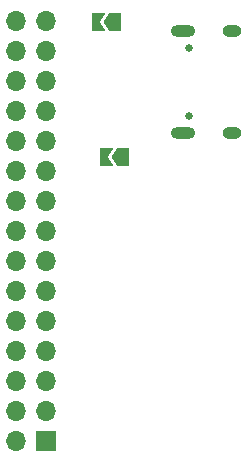
<source format=gbr>
%TF.GenerationSoftware,KiCad,Pcbnew,6.0.1-79c1e3a40b~116~ubuntu20.04.1*%
%TF.CreationDate,2022-02-18T15:29:33+02:00*%
%TF.ProjectId,colorlight-usb-phy-pmod,636f6c6f-726c-4696-9768-742d7573622d,rev?*%
%TF.SameCoordinates,Original*%
%TF.FileFunction,Soldermask,Bot*%
%TF.FilePolarity,Negative*%
%FSLAX46Y46*%
G04 Gerber Fmt 4.6, Leading zero omitted, Abs format (unit mm)*
G04 Created by KiCad (PCBNEW 6.0.1-79c1e3a40b~116~ubuntu20.04.1) date 2022-02-18 15:29:33*
%MOMM*%
%LPD*%
G01*
G04 APERTURE LIST*
G04 Aperture macros list*
%AMFreePoly0*
4,1,6,1.000000,0.000000,0.500000,-0.750000,-0.500000,-0.750000,-0.500000,0.750000,0.500000,0.750000,1.000000,0.000000,1.000000,0.000000,$1*%
%AMFreePoly1*
4,1,6,0.500000,-0.750000,-0.650000,-0.750000,-0.150000,0.000000,-0.650000,0.750000,0.500000,0.750000,0.500000,-0.750000,0.500000,-0.750000,$1*%
G04 Aperture macros list end*
%ADD10C,0.650000*%
%ADD11O,2.100000X1.000000*%
%ADD12O,1.600000X1.000000*%
%ADD13R,1.700000X1.700000*%
%ADD14O,1.700000X1.700000*%
%ADD15FreePoly0,180.000000*%
%ADD16FreePoly1,180.000000*%
G04 APERTURE END LIST*
D10*
%TO.C,P1*%
X55100000Y-94990000D03*
X55100000Y-89210000D03*
D11*
X54570000Y-87780000D03*
D12*
X58750000Y-87780000D03*
D11*
X54570000Y-96420000D03*
D12*
X58750000Y-96420000D03*
%TD*%
D13*
%TO.C,J1*%
X43000000Y-122500000D03*
D14*
X40460000Y-122500000D03*
X43000000Y-119960000D03*
X40460000Y-119960000D03*
X43000000Y-117420000D03*
X40460000Y-117420000D03*
X43000000Y-114880000D03*
X40460000Y-114880000D03*
X43000000Y-112340000D03*
X40460000Y-112340000D03*
X43000000Y-109800000D03*
X40460000Y-109800000D03*
X43000000Y-107260000D03*
X40460000Y-107260000D03*
X43000000Y-104720000D03*
X40460000Y-104720000D03*
X43000000Y-102180000D03*
X40460000Y-102180000D03*
X43000000Y-99640000D03*
X40460000Y-99640000D03*
X43000000Y-97100000D03*
X40460000Y-97100000D03*
X43000000Y-94560000D03*
X40460000Y-94560000D03*
X43000000Y-92020000D03*
X40460000Y-92020000D03*
X43000000Y-89480000D03*
X40460000Y-89480000D03*
X43000000Y-86940000D03*
X40460000Y-86940000D03*
%TD*%
D15*
%TO.C,JP1*%
X49500000Y-98500000D03*
D16*
X48050000Y-98500000D03*
%TD*%
D15*
%TO.C,JP2*%
X48850000Y-87000000D03*
D16*
X47400000Y-87000000D03*
%TD*%
M02*

</source>
